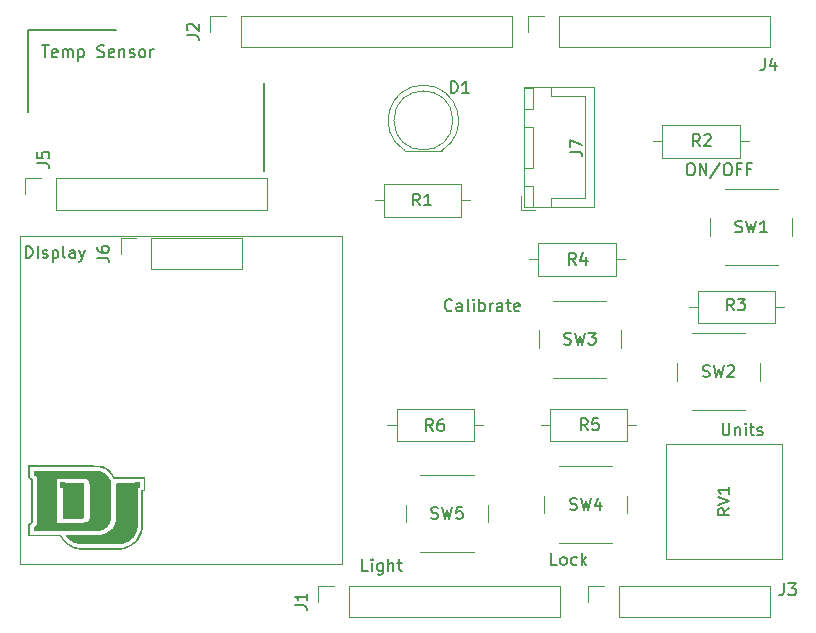
<source format=gbr>
%TF.GenerationSoftware,KiCad,Pcbnew,8.0.8*%
%TF.CreationDate,2025-02-03T17:03:02-07:00*%
%TF.ProjectId,Uno_Shield_ThermoPro,556e6f5f-5368-4696-956c-645f54686572,1.0*%
%TF.SameCoordinates,Original*%
%TF.FileFunction,Legend,Top*%
%TF.FilePolarity,Positive*%
%FSLAX46Y46*%
G04 Gerber Fmt 4.6, Leading zero omitted, Abs format (unit mm)*
G04 Created by KiCad (PCBNEW 8.0.8) date 2025-02-03 17:03:02*
%MOMM*%
%LPD*%
G01*
G04 APERTURE LIST*
%ADD10C,0.150000*%
%ADD11C,0.100000*%
%ADD12C,0.120000*%
%ADD13C,0.000000*%
G04 APERTURE END LIST*
D10*
X102000000Y-49090000D02*
X109500540Y-49090000D01*
X102000000Y-49090000D02*
X102000000Y-56000000D01*
X122000000Y-61045000D02*
X122000000Y-53545000D01*
D11*
X101350000Y-66500000D02*
X128650000Y-66500000D01*
X128650000Y-94300000D01*
X101350000Y-94300000D01*
X101350000Y-66500000D01*
D10*
X146812969Y-94369819D02*
X146336779Y-94369819D01*
X146336779Y-94369819D02*
X146336779Y-93369819D01*
X147289160Y-94369819D02*
X147193922Y-94322200D01*
X147193922Y-94322200D02*
X147146303Y-94274580D01*
X147146303Y-94274580D02*
X147098684Y-94179342D01*
X147098684Y-94179342D02*
X147098684Y-93893628D01*
X147098684Y-93893628D02*
X147146303Y-93798390D01*
X147146303Y-93798390D02*
X147193922Y-93750771D01*
X147193922Y-93750771D02*
X147289160Y-93703152D01*
X147289160Y-93703152D02*
X147432017Y-93703152D01*
X147432017Y-93703152D02*
X147527255Y-93750771D01*
X147527255Y-93750771D02*
X147574874Y-93798390D01*
X147574874Y-93798390D02*
X147622493Y-93893628D01*
X147622493Y-93893628D02*
X147622493Y-94179342D01*
X147622493Y-94179342D02*
X147574874Y-94274580D01*
X147574874Y-94274580D02*
X147527255Y-94322200D01*
X147527255Y-94322200D02*
X147432017Y-94369819D01*
X147432017Y-94369819D02*
X147289160Y-94369819D01*
X148479636Y-94322200D02*
X148384398Y-94369819D01*
X148384398Y-94369819D02*
X148193922Y-94369819D01*
X148193922Y-94369819D02*
X148098684Y-94322200D01*
X148098684Y-94322200D02*
X148051065Y-94274580D01*
X148051065Y-94274580D02*
X148003446Y-94179342D01*
X148003446Y-94179342D02*
X148003446Y-93893628D01*
X148003446Y-93893628D02*
X148051065Y-93798390D01*
X148051065Y-93798390D02*
X148098684Y-93750771D01*
X148098684Y-93750771D02*
X148193922Y-93703152D01*
X148193922Y-93703152D02*
X148384398Y-93703152D01*
X148384398Y-93703152D02*
X148479636Y-93750771D01*
X148908208Y-94369819D02*
X148908208Y-93369819D01*
X149003446Y-93988866D02*
X149289160Y-94369819D01*
X149289160Y-93703152D02*
X148908208Y-94084104D01*
X130812969Y-94869819D02*
X130336779Y-94869819D01*
X130336779Y-94869819D02*
X130336779Y-93869819D01*
X131146303Y-94869819D02*
X131146303Y-94203152D01*
X131146303Y-93869819D02*
X131098684Y-93917438D01*
X131098684Y-93917438D02*
X131146303Y-93965057D01*
X131146303Y-93965057D02*
X131193922Y-93917438D01*
X131193922Y-93917438D02*
X131146303Y-93869819D01*
X131146303Y-93869819D02*
X131146303Y-93965057D01*
X132051064Y-94203152D02*
X132051064Y-95012676D01*
X132051064Y-95012676D02*
X132003445Y-95107914D01*
X132003445Y-95107914D02*
X131955826Y-95155533D01*
X131955826Y-95155533D02*
X131860588Y-95203152D01*
X131860588Y-95203152D02*
X131717731Y-95203152D01*
X131717731Y-95203152D02*
X131622493Y-95155533D01*
X132051064Y-94822200D02*
X131955826Y-94869819D01*
X131955826Y-94869819D02*
X131765350Y-94869819D01*
X131765350Y-94869819D02*
X131670112Y-94822200D01*
X131670112Y-94822200D02*
X131622493Y-94774580D01*
X131622493Y-94774580D02*
X131574874Y-94679342D01*
X131574874Y-94679342D02*
X131574874Y-94393628D01*
X131574874Y-94393628D02*
X131622493Y-94298390D01*
X131622493Y-94298390D02*
X131670112Y-94250771D01*
X131670112Y-94250771D02*
X131765350Y-94203152D01*
X131765350Y-94203152D02*
X131955826Y-94203152D01*
X131955826Y-94203152D02*
X132051064Y-94250771D01*
X132527255Y-94869819D02*
X132527255Y-93869819D01*
X132955826Y-94869819D02*
X132955826Y-94346009D01*
X132955826Y-94346009D02*
X132908207Y-94250771D01*
X132908207Y-94250771D02*
X132812969Y-94203152D01*
X132812969Y-94203152D02*
X132670112Y-94203152D01*
X132670112Y-94203152D02*
X132574874Y-94250771D01*
X132574874Y-94250771D02*
X132527255Y-94298390D01*
X133289160Y-94203152D02*
X133670112Y-94203152D01*
X133432017Y-93869819D02*
X133432017Y-94726961D01*
X133432017Y-94726961D02*
X133479636Y-94822200D01*
X133479636Y-94822200D02*
X133574874Y-94869819D01*
X133574874Y-94869819D02*
X133670112Y-94869819D01*
X160836779Y-82369819D02*
X160836779Y-83179342D01*
X160836779Y-83179342D02*
X160884398Y-83274580D01*
X160884398Y-83274580D02*
X160932017Y-83322200D01*
X160932017Y-83322200D02*
X161027255Y-83369819D01*
X161027255Y-83369819D02*
X161217731Y-83369819D01*
X161217731Y-83369819D02*
X161312969Y-83322200D01*
X161312969Y-83322200D02*
X161360588Y-83274580D01*
X161360588Y-83274580D02*
X161408207Y-83179342D01*
X161408207Y-83179342D02*
X161408207Y-82369819D01*
X161884398Y-82703152D02*
X161884398Y-83369819D01*
X161884398Y-82798390D02*
X161932017Y-82750771D01*
X161932017Y-82750771D02*
X162027255Y-82703152D01*
X162027255Y-82703152D02*
X162170112Y-82703152D01*
X162170112Y-82703152D02*
X162265350Y-82750771D01*
X162265350Y-82750771D02*
X162312969Y-82846009D01*
X162312969Y-82846009D02*
X162312969Y-83369819D01*
X162789160Y-83369819D02*
X162789160Y-82703152D01*
X162789160Y-82369819D02*
X162741541Y-82417438D01*
X162741541Y-82417438D02*
X162789160Y-82465057D01*
X162789160Y-82465057D02*
X162836779Y-82417438D01*
X162836779Y-82417438D02*
X162789160Y-82369819D01*
X162789160Y-82369819D02*
X162789160Y-82465057D01*
X163122493Y-82703152D02*
X163503445Y-82703152D01*
X163265350Y-82369819D02*
X163265350Y-83226961D01*
X163265350Y-83226961D02*
X163312969Y-83322200D01*
X163312969Y-83322200D02*
X163408207Y-83369819D01*
X163408207Y-83369819D02*
X163503445Y-83369819D01*
X163789160Y-83322200D02*
X163884398Y-83369819D01*
X163884398Y-83369819D02*
X164074874Y-83369819D01*
X164074874Y-83369819D02*
X164170112Y-83322200D01*
X164170112Y-83322200D02*
X164217731Y-83226961D01*
X164217731Y-83226961D02*
X164217731Y-83179342D01*
X164217731Y-83179342D02*
X164170112Y-83084104D01*
X164170112Y-83084104D02*
X164074874Y-83036485D01*
X164074874Y-83036485D02*
X163932017Y-83036485D01*
X163932017Y-83036485D02*
X163836779Y-82988866D01*
X163836779Y-82988866D02*
X163789160Y-82893628D01*
X163789160Y-82893628D02*
X163789160Y-82846009D01*
X163789160Y-82846009D02*
X163836779Y-82750771D01*
X163836779Y-82750771D02*
X163932017Y-82703152D01*
X163932017Y-82703152D02*
X164074874Y-82703152D01*
X164074874Y-82703152D02*
X164170112Y-82750771D01*
X101836779Y-68369819D02*
X101836779Y-67369819D01*
X101836779Y-67369819D02*
X102074874Y-67369819D01*
X102074874Y-67369819D02*
X102217731Y-67417438D01*
X102217731Y-67417438D02*
X102312969Y-67512676D01*
X102312969Y-67512676D02*
X102360588Y-67607914D01*
X102360588Y-67607914D02*
X102408207Y-67798390D01*
X102408207Y-67798390D02*
X102408207Y-67941247D01*
X102408207Y-67941247D02*
X102360588Y-68131723D01*
X102360588Y-68131723D02*
X102312969Y-68226961D01*
X102312969Y-68226961D02*
X102217731Y-68322200D01*
X102217731Y-68322200D02*
X102074874Y-68369819D01*
X102074874Y-68369819D02*
X101836779Y-68369819D01*
X102836779Y-68369819D02*
X102836779Y-67369819D01*
X103265350Y-68322200D02*
X103360588Y-68369819D01*
X103360588Y-68369819D02*
X103551064Y-68369819D01*
X103551064Y-68369819D02*
X103646302Y-68322200D01*
X103646302Y-68322200D02*
X103693921Y-68226961D01*
X103693921Y-68226961D02*
X103693921Y-68179342D01*
X103693921Y-68179342D02*
X103646302Y-68084104D01*
X103646302Y-68084104D02*
X103551064Y-68036485D01*
X103551064Y-68036485D02*
X103408207Y-68036485D01*
X103408207Y-68036485D02*
X103312969Y-67988866D01*
X103312969Y-67988866D02*
X103265350Y-67893628D01*
X103265350Y-67893628D02*
X103265350Y-67846009D01*
X103265350Y-67846009D02*
X103312969Y-67750771D01*
X103312969Y-67750771D02*
X103408207Y-67703152D01*
X103408207Y-67703152D02*
X103551064Y-67703152D01*
X103551064Y-67703152D02*
X103646302Y-67750771D01*
X104122493Y-67703152D02*
X104122493Y-68703152D01*
X104122493Y-67750771D02*
X104217731Y-67703152D01*
X104217731Y-67703152D02*
X104408207Y-67703152D01*
X104408207Y-67703152D02*
X104503445Y-67750771D01*
X104503445Y-67750771D02*
X104551064Y-67798390D01*
X104551064Y-67798390D02*
X104598683Y-67893628D01*
X104598683Y-67893628D02*
X104598683Y-68179342D01*
X104598683Y-68179342D02*
X104551064Y-68274580D01*
X104551064Y-68274580D02*
X104503445Y-68322200D01*
X104503445Y-68322200D02*
X104408207Y-68369819D01*
X104408207Y-68369819D02*
X104217731Y-68369819D01*
X104217731Y-68369819D02*
X104122493Y-68322200D01*
X105170112Y-68369819D02*
X105074874Y-68322200D01*
X105074874Y-68322200D02*
X105027255Y-68226961D01*
X105027255Y-68226961D02*
X105027255Y-67369819D01*
X105979636Y-68369819D02*
X105979636Y-67846009D01*
X105979636Y-67846009D02*
X105932017Y-67750771D01*
X105932017Y-67750771D02*
X105836779Y-67703152D01*
X105836779Y-67703152D02*
X105646303Y-67703152D01*
X105646303Y-67703152D02*
X105551065Y-67750771D01*
X105979636Y-68322200D02*
X105884398Y-68369819D01*
X105884398Y-68369819D02*
X105646303Y-68369819D01*
X105646303Y-68369819D02*
X105551065Y-68322200D01*
X105551065Y-68322200D02*
X105503446Y-68226961D01*
X105503446Y-68226961D02*
X105503446Y-68131723D01*
X105503446Y-68131723D02*
X105551065Y-68036485D01*
X105551065Y-68036485D02*
X105646303Y-67988866D01*
X105646303Y-67988866D02*
X105884398Y-67988866D01*
X105884398Y-67988866D02*
X105979636Y-67941247D01*
X106360589Y-67703152D02*
X106598684Y-68369819D01*
X106836779Y-67703152D02*
X106598684Y-68369819D01*
X106598684Y-68369819D02*
X106503446Y-68607914D01*
X106503446Y-68607914D02*
X106455827Y-68655533D01*
X106455827Y-68655533D02*
X106360589Y-68703152D01*
X137908207Y-72774580D02*
X137860588Y-72822200D01*
X137860588Y-72822200D02*
X137717731Y-72869819D01*
X137717731Y-72869819D02*
X137622493Y-72869819D01*
X137622493Y-72869819D02*
X137479636Y-72822200D01*
X137479636Y-72822200D02*
X137384398Y-72726961D01*
X137384398Y-72726961D02*
X137336779Y-72631723D01*
X137336779Y-72631723D02*
X137289160Y-72441247D01*
X137289160Y-72441247D02*
X137289160Y-72298390D01*
X137289160Y-72298390D02*
X137336779Y-72107914D01*
X137336779Y-72107914D02*
X137384398Y-72012676D01*
X137384398Y-72012676D02*
X137479636Y-71917438D01*
X137479636Y-71917438D02*
X137622493Y-71869819D01*
X137622493Y-71869819D02*
X137717731Y-71869819D01*
X137717731Y-71869819D02*
X137860588Y-71917438D01*
X137860588Y-71917438D02*
X137908207Y-71965057D01*
X138765350Y-72869819D02*
X138765350Y-72346009D01*
X138765350Y-72346009D02*
X138717731Y-72250771D01*
X138717731Y-72250771D02*
X138622493Y-72203152D01*
X138622493Y-72203152D02*
X138432017Y-72203152D01*
X138432017Y-72203152D02*
X138336779Y-72250771D01*
X138765350Y-72822200D02*
X138670112Y-72869819D01*
X138670112Y-72869819D02*
X138432017Y-72869819D01*
X138432017Y-72869819D02*
X138336779Y-72822200D01*
X138336779Y-72822200D02*
X138289160Y-72726961D01*
X138289160Y-72726961D02*
X138289160Y-72631723D01*
X138289160Y-72631723D02*
X138336779Y-72536485D01*
X138336779Y-72536485D02*
X138432017Y-72488866D01*
X138432017Y-72488866D02*
X138670112Y-72488866D01*
X138670112Y-72488866D02*
X138765350Y-72441247D01*
X139384398Y-72869819D02*
X139289160Y-72822200D01*
X139289160Y-72822200D02*
X139241541Y-72726961D01*
X139241541Y-72726961D02*
X139241541Y-71869819D01*
X139765351Y-72869819D02*
X139765351Y-72203152D01*
X139765351Y-71869819D02*
X139717732Y-71917438D01*
X139717732Y-71917438D02*
X139765351Y-71965057D01*
X139765351Y-71965057D02*
X139812970Y-71917438D01*
X139812970Y-71917438D02*
X139765351Y-71869819D01*
X139765351Y-71869819D02*
X139765351Y-71965057D01*
X140241541Y-72869819D02*
X140241541Y-71869819D01*
X140241541Y-72250771D02*
X140336779Y-72203152D01*
X140336779Y-72203152D02*
X140527255Y-72203152D01*
X140527255Y-72203152D02*
X140622493Y-72250771D01*
X140622493Y-72250771D02*
X140670112Y-72298390D01*
X140670112Y-72298390D02*
X140717731Y-72393628D01*
X140717731Y-72393628D02*
X140717731Y-72679342D01*
X140717731Y-72679342D02*
X140670112Y-72774580D01*
X140670112Y-72774580D02*
X140622493Y-72822200D01*
X140622493Y-72822200D02*
X140527255Y-72869819D01*
X140527255Y-72869819D02*
X140336779Y-72869819D01*
X140336779Y-72869819D02*
X140241541Y-72822200D01*
X141146303Y-72869819D02*
X141146303Y-72203152D01*
X141146303Y-72393628D02*
X141193922Y-72298390D01*
X141193922Y-72298390D02*
X141241541Y-72250771D01*
X141241541Y-72250771D02*
X141336779Y-72203152D01*
X141336779Y-72203152D02*
X141432017Y-72203152D01*
X142193922Y-72869819D02*
X142193922Y-72346009D01*
X142193922Y-72346009D02*
X142146303Y-72250771D01*
X142146303Y-72250771D02*
X142051065Y-72203152D01*
X142051065Y-72203152D02*
X141860589Y-72203152D01*
X141860589Y-72203152D02*
X141765351Y-72250771D01*
X142193922Y-72822200D02*
X142098684Y-72869819D01*
X142098684Y-72869819D02*
X141860589Y-72869819D01*
X141860589Y-72869819D02*
X141765351Y-72822200D01*
X141765351Y-72822200D02*
X141717732Y-72726961D01*
X141717732Y-72726961D02*
X141717732Y-72631723D01*
X141717732Y-72631723D02*
X141765351Y-72536485D01*
X141765351Y-72536485D02*
X141860589Y-72488866D01*
X141860589Y-72488866D02*
X142098684Y-72488866D01*
X142098684Y-72488866D02*
X142193922Y-72441247D01*
X142527256Y-72203152D02*
X142908208Y-72203152D01*
X142670113Y-71869819D02*
X142670113Y-72726961D01*
X142670113Y-72726961D02*
X142717732Y-72822200D01*
X142717732Y-72822200D02*
X142812970Y-72869819D01*
X142812970Y-72869819D02*
X142908208Y-72869819D01*
X143622494Y-72822200D02*
X143527256Y-72869819D01*
X143527256Y-72869819D02*
X143336780Y-72869819D01*
X143336780Y-72869819D02*
X143241542Y-72822200D01*
X143241542Y-72822200D02*
X143193923Y-72726961D01*
X143193923Y-72726961D02*
X143193923Y-72346009D01*
X143193923Y-72346009D02*
X143241542Y-72250771D01*
X143241542Y-72250771D02*
X143336780Y-72203152D01*
X143336780Y-72203152D02*
X143527256Y-72203152D01*
X143527256Y-72203152D02*
X143622494Y-72250771D01*
X143622494Y-72250771D02*
X143670113Y-72346009D01*
X143670113Y-72346009D02*
X143670113Y-72441247D01*
X143670113Y-72441247D02*
X143193923Y-72536485D01*
X103193922Y-50369819D02*
X103765350Y-50369819D01*
X103479636Y-51369819D02*
X103479636Y-50369819D01*
X104479636Y-51322200D02*
X104384398Y-51369819D01*
X104384398Y-51369819D02*
X104193922Y-51369819D01*
X104193922Y-51369819D02*
X104098684Y-51322200D01*
X104098684Y-51322200D02*
X104051065Y-51226961D01*
X104051065Y-51226961D02*
X104051065Y-50846009D01*
X104051065Y-50846009D02*
X104098684Y-50750771D01*
X104098684Y-50750771D02*
X104193922Y-50703152D01*
X104193922Y-50703152D02*
X104384398Y-50703152D01*
X104384398Y-50703152D02*
X104479636Y-50750771D01*
X104479636Y-50750771D02*
X104527255Y-50846009D01*
X104527255Y-50846009D02*
X104527255Y-50941247D01*
X104527255Y-50941247D02*
X104051065Y-51036485D01*
X104955827Y-51369819D02*
X104955827Y-50703152D01*
X104955827Y-50798390D02*
X105003446Y-50750771D01*
X105003446Y-50750771D02*
X105098684Y-50703152D01*
X105098684Y-50703152D02*
X105241541Y-50703152D01*
X105241541Y-50703152D02*
X105336779Y-50750771D01*
X105336779Y-50750771D02*
X105384398Y-50846009D01*
X105384398Y-50846009D02*
X105384398Y-51369819D01*
X105384398Y-50846009D02*
X105432017Y-50750771D01*
X105432017Y-50750771D02*
X105527255Y-50703152D01*
X105527255Y-50703152D02*
X105670112Y-50703152D01*
X105670112Y-50703152D02*
X105765351Y-50750771D01*
X105765351Y-50750771D02*
X105812970Y-50846009D01*
X105812970Y-50846009D02*
X105812970Y-51369819D01*
X106289160Y-50703152D02*
X106289160Y-51703152D01*
X106289160Y-50750771D02*
X106384398Y-50703152D01*
X106384398Y-50703152D02*
X106574874Y-50703152D01*
X106574874Y-50703152D02*
X106670112Y-50750771D01*
X106670112Y-50750771D02*
X106717731Y-50798390D01*
X106717731Y-50798390D02*
X106765350Y-50893628D01*
X106765350Y-50893628D02*
X106765350Y-51179342D01*
X106765350Y-51179342D02*
X106717731Y-51274580D01*
X106717731Y-51274580D02*
X106670112Y-51322200D01*
X106670112Y-51322200D02*
X106574874Y-51369819D01*
X106574874Y-51369819D02*
X106384398Y-51369819D01*
X106384398Y-51369819D02*
X106289160Y-51322200D01*
X107908208Y-51322200D02*
X108051065Y-51369819D01*
X108051065Y-51369819D02*
X108289160Y-51369819D01*
X108289160Y-51369819D02*
X108384398Y-51322200D01*
X108384398Y-51322200D02*
X108432017Y-51274580D01*
X108432017Y-51274580D02*
X108479636Y-51179342D01*
X108479636Y-51179342D02*
X108479636Y-51084104D01*
X108479636Y-51084104D02*
X108432017Y-50988866D01*
X108432017Y-50988866D02*
X108384398Y-50941247D01*
X108384398Y-50941247D02*
X108289160Y-50893628D01*
X108289160Y-50893628D02*
X108098684Y-50846009D01*
X108098684Y-50846009D02*
X108003446Y-50798390D01*
X108003446Y-50798390D02*
X107955827Y-50750771D01*
X107955827Y-50750771D02*
X107908208Y-50655533D01*
X107908208Y-50655533D02*
X107908208Y-50560295D01*
X107908208Y-50560295D02*
X107955827Y-50465057D01*
X107955827Y-50465057D02*
X108003446Y-50417438D01*
X108003446Y-50417438D02*
X108098684Y-50369819D01*
X108098684Y-50369819D02*
X108336779Y-50369819D01*
X108336779Y-50369819D02*
X108479636Y-50417438D01*
X109289160Y-51322200D02*
X109193922Y-51369819D01*
X109193922Y-51369819D02*
X109003446Y-51369819D01*
X109003446Y-51369819D02*
X108908208Y-51322200D01*
X108908208Y-51322200D02*
X108860589Y-51226961D01*
X108860589Y-51226961D02*
X108860589Y-50846009D01*
X108860589Y-50846009D02*
X108908208Y-50750771D01*
X108908208Y-50750771D02*
X109003446Y-50703152D01*
X109003446Y-50703152D02*
X109193922Y-50703152D01*
X109193922Y-50703152D02*
X109289160Y-50750771D01*
X109289160Y-50750771D02*
X109336779Y-50846009D01*
X109336779Y-50846009D02*
X109336779Y-50941247D01*
X109336779Y-50941247D02*
X108860589Y-51036485D01*
X109765351Y-50703152D02*
X109765351Y-51369819D01*
X109765351Y-50798390D02*
X109812970Y-50750771D01*
X109812970Y-50750771D02*
X109908208Y-50703152D01*
X109908208Y-50703152D02*
X110051065Y-50703152D01*
X110051065Y-50703152D02*
X110146303Y-50750771D01*
X110146303Y-50750771D02*
X110193922Y-50846009D01*
X110193922Y-50846009D02*
X110193922Y-51369819D01*
X110622494Y-51322200D02*
X110717732Y-51369819D01*
X110717732Y-51369819D02*
X110908208Y-51369819D01*
X110908208Y-51369819D02*
X111003446Y-51322200D01*
X111003446Y-51322200D02*
X111051065Y-51226961D01*
X111051065Y-51226961D02*
X111051065Y-51179342D01*
X111051065Y-51179342D02*
X111003446Y-51084104D01*
X111003446Y-51084104D02*
X110908208Y-51036485D01*
X110908208Y-51036485D02*
X110765351Y-51036485D01*
X110765351Y-51036485D02*
X110670113Y-50988866D01*
X110670113Y-50988866D02*
X110622494Y-50893628D01*
X110622494Y-50893628D02*
X110622494Y-50846009D01*
X110622494Y-50846009D02*
X110670113Y-50750771D01*
X110670113Y-50750771D02*
X110765351Y-50703152D01*
X110765351Y-50703152D02*
X110908208Y-50703152D01*
X110908208Y-50703152D02*
X111003446Y-50750771D01*
X111622494Y-51369819D02*
X111527256Y-51322200D01*
X111527256Y-51322200D02*
X111479637Y-51274580D01*
X111479637Y-51274580D02*
X111432018Y-51179342D01*
X111432018Y-51179342D02*
X111432018Y-50893628D01*
X111432018Y-50893628D02*
X111479637Y-50798390D01*
X111479637Y-50798390D02*
X111527256Y-50750771D01*
X111527256Y-50750771D02*
X111622494Y-50703152D01*
X111622494Y-50703152D02*
X111765351Y-50703152D01*
X111765351Y-50703152D02*
X111860589Y-50750771D01*
X111860589Y-50750771D02*
X111908208Y-50798390D01*
X111908208Y-50798390D02*
X111955827Y-50893628D01*
X111955827Y-50893628D02*
X111955827Y-51179342D01*
X111955827Y-51179342D02*
X111908208Y-51274580D01*
X111908208Y-51274580D02*
X111860589Y-51322200D01*
X111860589Y-51322200D02*
X111765351Y-51369819D01*
X111765351Y-51369819D02*
X111622494Y-51369819D01*
X112384399Y-51369819D02*
X112384399Y-50703152D01*
X112384399Y-50893628D02*
X112432018Y-50798390D01*
X112432018Y-50798390D02*
X112479637Y-50750771D01*
X112479637Y-50750771D02*
X112574875Y-50703152D01*
X112574875Y-50703152D02*
X112670113Y-50703152D01*
X158027255Y-60369819D02*
X158217731Y-60369819D01*
X158217731Y-60369819D02*
X158312969Y-60417438D01*
X158312969Y-60417438D02*
X158408207Y-60512676D01*
X158408207Y-60512676D02*
X158455826Y-60703152D01*
X158455826Y-60703152D02*
X158455826Y-61036485D01*
X158455826Y-61036485D02*
X158408207Y-61226961D01*
X158408207Y-61226961D02*
X158312969Y-61322200D01*
X158312969Y-61322200D02*
X158217731Y-61369819D01*
X158217731Y-61369819D02*
X158027255Y-61369819D01*
X158027255Y-61369819D02*
X157932017Y-61322200D01*
X157932017Y-61322200D02*
X157836779Y-61226961D01*
X157836779Y-61226961D02*
X157789160Y-61036485D01*
X157789160Y-61036485D02*
X157789160Y-60703152D01*
X157789160Y-60703152D02*
X157836779Y-60512676D01*
X157836779Y-60512676D02*
X157932017Y-60417438D01*
X157932017Y-60417438D02*
X158027255Y-60369819D01*
X158884398Y-61369819D02*
X158884398Y-60369819D01*
X158884398Y-60369819D02*
X159455826Y-61369819D01*
X159455826Y-61369819D02*
X159455826Y-60369819D01*
X160646302Y-60322200D02*
X159789160Y-61607914D01*
X161170112Y-60369819D02*
X161360588Y-60369819D01*
X161360588Y-60369819D02*
X161455826Y-60417438D01*
X161455826Y-60417438D02*
X161551064Y-60512676D01*
X161551064Y-60512676D02*
X161598683Y-60703152D01*
X161598683Y-60703152D02*
X161598683Y-61036485D01*
X161598683Y-61036485D02*
X161551064Y-61226961D01*
X161551064Y-61226961D02*
X161455826Y-61322200D01*
X161455826Y-61322200D02*
X161360588Y-61369819D01*
X161360588Y-61369819D02*
X161170112Y-61369819D01*
X161170112Y-61369819D02*
X161074874Y-61322200D01*
X161074874Y-61322200D02*
X160979636Y-61226961D01*
X160979636Y-61226961D02*
X160932017Y-61036485D01*
X160932017Y-61036485D02*
X160932017Y-60703152D01*
X160932017Y-60703152D02*
X160979636Y-60512676D01*
X160979636Y-60512676D02*
X161074874Y-60417438D01*
X161074874Y-60417438D02*
X161170112Y-60369819D01*
X162360588Y-60846009D02*
X162027255Y-60846009D01*
X162027255Y-61369819D02*
X162027255Y-60369819D01*
X162027255Y-60369819D02*
X162503445Y-60369819D01*
X163217731Y-60846009D02*
X162884398Y-60846009D01*
X162884398Y-61369819D02*
X162884398Y-60369819D01*
X162884398Y-60369819D02*
X163360588Y-60369819D01*
X124624819Y-97793333D02*
X125339104Y-97793333D01*
X125339104Y-97793333D02*
X125481961Y-97840952D01*
X125481961Y-97840952D02*
X125577200Y-97936190D01*
X125577200Y-97936190D02*
X125624819Y-98079047D01*
X125624819Y-98079047D02*
X125624819Y-98174285D01*
X125624819Y-96793333D02*
X125624819Y-97364761D01*
X125624819Y-97079047D02*
X124624819Y-97079047D01*
X124624819Y-97079047D02*
X124767676Y-97174285D01*
X124767676Y-97174285D02*
X124862914Y-97269523D01*
X124862914Y-97269523D02*
X124910533Y-97364761D01*
X166026666Y-95934819D02*
X166026666Y-96649104D01*
X166026666Y-96649104D02*
X165979047Y-96791961D01*
X165979047Y-96791961D02*
X165883809Y-96887200D01*
X165883809Y-96887200D02*
X165740952Y-96934819D01*
X165740952Y-96934819D02*
X165645714Y-96934819D01*
X166407619Y-95934819D02*
X167026666Y-95934819D01*
X167026666Y-95934819D02*
X166693333Y-96315771D01*
X166693333Y-96315771D02*
X166836190Y-96315771D01*
X166836190Y-96315771D02*
X166931428Y-96363390D01*
X166931428Y-96363390D02*
X166979047Y-96411009D01*
X166979047Y-96411009D02*
X167026666Y-96506247D01*
X167026666Y-96506247D02*
X167026666Y-96744342D01*
X167026666Y-96744342D02*
X166979047Y-96839580D01*
X166979047Y-96839580D02*
X166931428Y-96887200D01*
X166931428Y-96887200D02*
X166836190Y-96934819D01*
X166836190Y-96934819D02*
X166550476Y-96934819D01*
X166550476Y-96934819D02*
X166455238Y-96887200D01*
X166455238Y-96887200D02*
X166407619Y-96839580D01*
X115480819Y-49533333D02*
X116195104Y-49533333D01*
X116195104Y-49533333D02*
X116337961Y-49580952D01*
X116337961Y-49580952D02*
X116433200Y-49676190D01*
X116433200Y-49676190D02*
X116480819Y-49819047D01*
X116480819Y-49819047D02*
X116480819Y-49914285D01*
X115576057Y-49104761D02*
X115528438Y-49057142D01*
X115528438Y-49057142D02*
X115480819Y-48961904D01*
X115480819Y-48961904D02*
X115480819Y-48723809D01*
X115480819Y-48723809D02*
X115528438Y-48628571D01*
X115528438Y-48628571D02*
X115576057Y-48580952D01*
X115576057Y-48580952D02*
X115671295Y-48533333D01*
X115671295Y-48533333D02*
X115766533Y-48533333D01*
X115766533Y-48533333D02*
X115909390Y-48580952D01*
X115909390Y-48580952D02*
X116480819Y-49152380D01*
X116480819Y-49152380D02*
X116480819Y-48533333D01*
X164386666Y-51484819D02*
X164386666Y-52199104D01*
X164386666Y-52199104D02*
X164339047Y-52341961D01*
X164339047Y-52341961D02*
X164243809Y-52437200D01*
X164243809Y-52437200D02*
X164100952Y-52484819D01*
X164100952Y-52484819D02*
X164005714Y-52484819D01*
X165291428Y-51818152D02*
X165291428Y-52484819D01*
X165053333Y-51437200D02*
X164815238Y-52151485D01*
X164815238Y-52151485D02*
X165434285Y-52151485D01*
X147916667Y-89657200D02*
X148059524Y-89704819D01*
X148059524Y-89704819D02*
X148297619Y-89704819D01*
X148297619Y-89704819D02*
X148392857Y-89657200D01*
X148392857Y-89657200D02*
X148440476Y-89609580D01*
X148440476Y-89609580D02*
X148488095Y-89514342D01*
X148488095Y-89514342D02*
X148488095Y-89419104D01*
X148488095Y-89419104D02*
X148440476Y-89323866D01*
X148440476Y-89323866D02*
X148392857Y-89276247D01*
X148392857Y-89276247D02*
X148297619Y-89228628D01*
X148297619Y-89228628D02*
X148107143Y-89181009D01*
X148107143Y-89181009D02*
X148011905Y-89133390D01*
X148011905Y-89133390D02*
X147964286Y-89085771D01*
X147964286Y-89085771D02*
X147916667Y-88990533D01*
X147916667Y-88990533D02*
X147916667Y-88895295D01*
X147916667Y-88895295D02*
X147964286Y-88800057D01*
X147964286Y-88800057D02*
X148011905Y-88752438D01*
X148011905Y-88752438D02*
X148107143Y-88704819D01*
X148107143Y-88704819D02*
X148345238Y-88704819D01*
X148345238Y-88704819D02*
X148488095Y-88752438D01*
X148821429Y-88704819D02*
X149059524Y-89704819D01*
X149059524Y-89704819D02*
X149250000Y-88990533D01*
X149250000Y-88990533D02*
X149440476Y-89704819D01*
X149440476Y-89704819D02*
X149678572Y-88704819D01*
X150488095Y-89038152D02*
X150488095Y-89704819D01*
X150250000Y-88657200D02*
X150011905Y-89371485D01*
X150011905Y-89371485D02*
X150630952Y-89371485D01*
X137831905Y-54404819D02*
X137831905Y-53404819D01*
X137831905Y-53404819D02*
X138070000Y-53404819D01*
X138070000Y-53404819D02*
X138212857Y-53452438D01*
X138212857Y-53452438D02*
X138308095Y-53547676D01*
X138308095Y-53547676D02*
X138355714Y-53642914D01*
X138355714Y-53642914D02*
X138403333Y-53833390D01*
X138403333Y-53833390D02*
X138403333Y-53976247D01*
X138403333Y-53976247D02*
X138355714Y-54166723D01*
X138355714Y-54166723D02*
X138308095Y-54261961D01*
X138308095Y-54261961D02*
X138212857Y-54357200D01*
X138212857Y-54357200D02*
X138070000Y-54404819D01*
X138070000Y-54404819D02*
X137831905Y-54404819D01*
X139355714Y-54404819D02*
X138784286Y-54404819D01*
X139070000Y-54404819D02*
X139070000Y-53404819D01*
X139070000Y-53404819D02*
X138974762Y-53547676D01*
X138974762Y-53547676D02*
X138879524Y-53642914D01*
X138879524Y-53642914D02*
X138784286Y-53690533D01*
X136166667Y-90407200D02*
X136309524Y-90454819D01*
X136309524Y-90454819D02*
X136547619Y-90454819D01*
X136547619Y-90454819D02*
X136642857Y-90407200D01*
X136642857Y-90407200D02*
X136690476Y-90359580D01*
X136690476Y-90359580D02*
X136738095Y-90264342D01*
X136738095Y-90264342D02*
X136738095Y-90169104D01*
X136738095Y-90169104D02*
X136690476Y-90073866D01*
X136690476Y-90073866D02*
X136642857Y-90026247D01*
X136642857Y-90026247D02*
X136547619Y-89978628D01*
X136547619Y-89978628D02*
X136357143Y-89931009D01*
X136357143Y-89931009D02*
X136261905Y-89883390D01*
X136261905Y-89883390D02*
X136214286Y-89835771D01*
X136214286Y-89835771D02*
X136166667Y-89740533D01*
X136166667Y-89740533D02*
X136166667Y-89645295D01*
X136166667Y-89645295D02*
X136214286Y-89550057D01*
X136214286Y-89550057D02*
X136261905Y-89502438D01*
X136261905Y-89502438D02*
X136357143Y-89454819D01*
X136357143Y-89454819D02*
X136595238Y-89454819D01*
X136595238Y-89454819D02*
X136738095Y-89502438D01*
X137071429Y-89454819D02*
X137309524Y-90454819D01*
X137309524Y-90454819D02*
X137500000Y-89740533D01*
X137500000Y-89740533D02*
X137690476Y-90454819D01*
X137690476Y-90454819D02*
X137928572Y-89454819D01*
X138785714Y-89454819D02*
X138309524Y-89454819D01*
X138309524Y-89454819D02*
X138261905Y-89931009D01*
X138261905Y-89931009D02*
X138309524Y-89883390D01*
X138309524Y-89883390D02*
X138404762Y-89835771D01*
X138404762Y-89835771D02*
X138642857Y-89835771D01*
X138642857Y-89835771D02*
X138738095Y-89883390D01*
X138738095Y-89883390D02*
X138785714Y-89931009D01*
X138785714Y-89931009D02*
X138833333Y-90026247D01*
X138833333Y-90026247D02*
X138833333Y-90264342D01*
X138833333Y-90264342D02*
X138785714Y-90359580D01*
X138785714Y-90359580D02*
X138738095Y-90407200D01*
X138738095Y-90407200D02*
X138642857Y-90454819D01*
X138642857Y-90454819D02*
X138404762Y-90454819D01*
X138404762Y-90454819D02*
X138309524Y-90407200D01*
X138309524Y-90407200D02*
X138261905Y-90359580D01*
X159166667Y-78407200D02*
X159309524Y-78454819D01*
X159309524Y-78454819D02*
X159547619Y-78454819D01*
X159547619Y-78454819D02*
X159642857Y-78407200D01*
X159642857Y-78407200D02*
X159690476Y-78359580D01*
X159690476Y-78359580D02*
X159738095Y-78264342D01*
X159738095Y-78264342D02*
X159738095Y-78169104D01*
X159738095Y-78169104D02*
X159690476Y-78073866D01*
X159690476Y-78073866D02*
X159642857Y-78026247D01*
X159642857Y-78026247D02*
X159547619Y-77978628D01*
X159547619Y-77978628D02*
X159357143Y-77931009D01*
X159357143Y-77931009D02*
X159261905Y-77883390D01*
X159261905Y-77883390D02*
X159214286Y-77835771D01*
X159214286Y-77835771D02*
X159166667Y-77740533D01*
X159166667Y-77740533D02*
X159166667Y-77645295D01*
X159166667Y-77645295D02*
X159214286Y-77550057D01*
X159214286Y-77550057D02*
X159261905Y-77502438D01*
X159261905Y-77502438D02*
X159357143Y-77454819D01*
X159357143Y-77454819D02*
X159595238Y-77454819D01*
X159595238Y-77454819D02*
X159738095Y-77502438D01*
X160071429Y-77454819D02*
X160309524Y-78454819D01*
X160309524Y-78454819D02*
X160500000Y-77740533D01*
X160500000Y-77740533D02*
X160690476Y-78454819D01*
X160690476Y-78454819D02*
X160928572Y-77454819D01*
X161261905Y-77550057D02*
X161309524Y-77502438D01*
X161309524Y-77502438D02*
X161404762Y-77454819D01*
X161404762Y-77454819D02*
X161642857Y-77454819D01*
X161642857Y-77454819D02*
X161738095Y-77502438D01*
X161738095Y-77502438D02*
X161785714Y-77550057D01*
X161785714Y-77550057D02*
X161833333Y-77645295D01*
X161833333Y-77645295D02*
X161833333Y-77740533D01*
X161833333Y-77740533D02*
X161785714Y-77883390D01*
X161785714Y-77883390D02*
X161214286Y-78454819D01*
X161214286Y-78454819D02*
X161833333Y-78454819D01*
X148403333Y-68944819D02*
X148070000Y-68468628D01*
X147831905Y-68944819D02*
X147831905Y-67944819D01*
X147831905Y-67944819D02*
X148212857Y-67944819D01*
X148212857Y-67944819D02*
X148308095Y-67992438D01*
X148308095Y-67992438D02*
X148355714Y-68040057D01*
X148355714Y-68040057D02*
X148403333Y-68135295D01*
X148403333Y-68135295D02*
X148403333Y-68278152D01*
X148403333Y-68278152D02*
X148355714Y-68373390D01*
X148355714Y-68373390D02*
X148308095Y-68421009D01*
X148308095Y-68421009D02*
X148212857Y-68468628D01*
X148212857Y-68468628D02*
X147831905Y-68468628D01*
X149260476Y-68278152D02*
X149260476Y-68944819D01*
X149022381Y-67897200D02*
X148784286Y-68611485D01*
X148784286Y-68611485D02*
X149403333Y-68611485D01*
X135213333Y-63924819D02*
X134880000Y-63448628D01*
X134641905Y-63924819D02*
X134641905Y-62924819D01*
X134641905Y-62924819D02*
X135022857Y-62924819D01*
X135022857Y-62924819D02*
X135118095Y-62972438D01*
X135118095Y-62972438D02*
X135165714Y-63020057D01*
X135165714Y-63020057D02*
X135213333Y-63115295D01*
X135213333Y-63115295D02*
X135213333Y-63258152D01*
X135213333Y-63258152D02*
X135165714Y-63353390D01*
X135165714Y-63353390D02*
X135118095Y-63401009D01*
X135118095Y-63401009D02*
X135022857Y-63448628D01*
X135022857Y-63448628D02*
X134641905Y-63448628D01*
X136165714Y-63924819D02*
X135594286Y-63924819D01*
X135880000Y-63924819D02*
X135880000Y-62924819D01*
X135880000Y-62924819D02*
X135784762Y-63067676D01*
X135784762Y-63067676D02*
X135689524Y-63162914D01*
X135689524Y-63162914D02*
X135594286Y-63210533D01*
X147416667Y-75657200D02*
X147559524Y-75704819D01*
X147559524Y-75704819D02*
X147797619Y-75704819D01*
X147797619Y-75704819D02*
X147892857Y-75657200D01*
X147892857Y-75657200D02*
X147940476Y-75609580D01*
X147940476Y-75609580D02*
X147988095Y-75514342D01*
X147988095Y-75514342D02*
X147988095Y-75419104D01*
X147988095Y-75419104D02*
X147940476Y-75323866D01*
X147940476Y-75323866D02*
X147892857Y-75276247D01*
X147892857Y-75276247D02*
X147797619Y-75228628D01*
X147797619Y-75228628D02*
X147607143Y-75181009D01*
X147607143Y-75181009D02*
X147511905Y-75133390D01*
X147511905Y-75133390D02*
X147464286Y-75085771D01*
X147464286Y-75085771D02*
X147416667Y-74990533D01*
X147416667Y-74990533D02*
X147416667Y-74895295D01*
X147416667Y-74895295D02*
X147464286Y-74800057D01*
X147464286Y-74800057D02*
X147511905Y-74752438D01*
X147511905Y-74752438D02*
X147607143Y-74704819D01*
X147607143Y-74704819D02*
X147845238Y-74704819D01*
X147845238Y-74704819D02*
X147988095Y-74752438D01*
X148321429Y-74704819D02*
X148559524Y-75704819D01*
X148559524Y-75704819D02*
X148750000Y-74990533D01*
X148750000Y-74990533D02*
X148940476Y-75704819D01*
X148940476Y-75704819D02*
X149178572Y-74704819D01*
X149464286Y-74704819D02*
X150083333Y-74704819D01*
X150083333Y-74704819D02*
X149750000Y-75085771D01*
X149750000Y-75085771D02*
X149892857Y-75085771D01*
X149892857Y-75085771D02*
X149988095Y-75133390D01*
X149988095Y-75133390D02*
X150035714Y-75181009D01*
X150035714Y-75181009D02*
X150083333Y-75276247D01*
X150083333Y-75276247D02*
X150083333Y-75514342D01*
X150083333Y-75514342D02*
X150035714Y-75609580D01*
X150035714Y-75609580D02*
X149988095Y-75657200D01*
X149988095Y-75657200D02*
X149892857Y-75704819D01*
X149892857Y-75704819D02*
X149607143Y-75704819D01*
X149607143Y-75704819D02*
X149511905Y-75657200D01*
X149511905Y-75657200D02*
X149464286Y-75609580D01*
X107884819Y-68343333D02*
X108599104Y-68343333D01*
X108599104Y-68343333D02*
X108741961Y-68390952D01*
X108741961Y-68390952D02*
X108837200Y-68486190D01*
X108837200Y-68486190D02*
X108884819Y-68629047D01*
X108884819Y-68629047D02*
X108884819Y-68724285D01*
X107884819Y-67438571D02*
X107884819Y-67629047D01*
X107884819Y-67629047D02*
X107932438Y-67724285D01*
X107932438Y-67724285D02*
X107980057Y-67771904D01*
X107980057Y-67771904D02*
X108122914Y-67867142D01*
X108122914Y-67867142D02*
X108313390Y-67914761D01*
X108313390Y-67914761D02*
X108694342Y-67914761D01*
X108694342Y-67914761D02*
X108789580Y-67867142D01*
X108789580Y-67867142D02*
X108837200Y-67819523D01*
X108837200Y-67819523D02*
X108884819Y-67724285D01*
X108884819Y-67724285D02*
X108884819Y-67533809D01*
X108884819Y-67533809D02*
X108837200Y-67438571D01*
X108837200Y-67438571D02*
X108789580Y-67390952D01*
X108789580Y-67390952D02*
X108694342Y-67343333D01*
X108694342Y-67343333D02*
X108456247Y-67343333D01*
X108456247Y-67343333D02*
X108361009Y-67390952D01*
X108361009Y-67390952D02*
X108313390Y-67438571D01*
X108313390Y-67438571D02*
X108265771Y-67533809D01*
X108265771Y-67533809D02*
X108265771Y-67724285D01*
X108265771Y-67724285D02*
X108313390Y-67819523D01*
X108313390Y-67819523D02*
X108361009Y-67867142D01*
X108361009Y-67867142D02*
X108456247Y-67914761D01*
X161916667Y-66157200D02*
X162059524Y-66204819D01*
X162059524Y-66204819D02*
X162297619Y-66204819D01*
X162297619Y-66204819D02*
X162392857Y-66157200D01*
X162392857Y-66157200D02*
X162440476Y-66109580D01*
X162440476Y-66109580D02*
X162488095Y-66014342D01*
X162488095Y-66014342D02*
X162488095Y-65919104D01*
X162488095Y-65919104D02*
X162440476Y-65823866D01*
X162440476Y-65823866D02*
X162392857Y-65776247D01*
X162392857Y-65776247D02*
X162297619Y-65728628D01*
X162297619Y-65728628D02*
X162107143Y-65681009D01*
X162107143Y-65681009D02*
X162011905Y-65633390D01*
X162011905Y-65633390D02*
X161964286Y-65585771D01*
X161964286Y-65585771D02*
X161916667Y-65490533D01*
X161916667Y-65490533D02*
X161916667Y-65395295D01*
X161916667Y-65395295D02*
X161964286Y-65300057D01*
X161964286Y-65300057D02*
X162011905Y-65252438D01*
X162011905Y-65252438D02*
X162107143Y-65204819D01*
X162107143Y-65204819D02*
X162345238Y-65204819D01*
X162345238Y-65204819D02*
X162488095Y-65252438D01*
X162821429Y-65204819D02*
X163059524Y-66204819D01*
X163059524Y-66204819D02*
X163250000Y-65490533D01*
X163250000Y-65490533D02*
X163440476Y-66204819D01*
X163440476Y-66204819D02*
X163678572Y-65204819D01*
X164583333Y-66204819D02*
X164011905Y-66204819D01*
X164297619Y-66204819D02*
X164297619Y-65204819D01*
X164297619Y-65204819D02*
X164202381Y-65347676D01*
X164202381Y-65347676D02*
X164107143Y-65442914D01*
X164107143Y-65442914D02*
X164011905Y-65490533D01*
X149403333Y-82964819D02*
X149070000Y-82488628D01*
X148831905Y-82964819D02*
X148831905Y-81964819D01*
X148831905Y-81964819D02*
X149212857Y-81964819D01*
X149212857Y-81964819D02*
X149308095Y-82012438D01*
X149308095Y-82012438D02*
X149355714Y-82060057D01*
X149355714Y-82060057D02*
X149403333Y-82155295D01*
X149403333Y-82155295D02*
X149403333Y-82298152D01*
X149403333Y-82298152D02*
X149355714Y-82393390D01*
X149355714Y-82393390D02*
X149308095Y-82441009D01*
X149308095Y-82441009D02*
X149212857Y-82488628D01*
X149212857Y-82488628D02*
X148831905Y-82488628D01*
X150308095Y-81964819D02*
X149831905Y-81964819D01*
X149831905Y-81964819D02*
X149784286Y-82441009D01*
X149784286Y-82441009D02*
X149831905Y-82393390D01*
X149831905Y-82393390D02*
X149927143Y-82345771D01*
X149927143Y-82345771D02*
X150165238Y-82345771D01*
X150165238Y-82345771D02*
X150260476Y-82393390D01*
X150260476Y-82393390D02*
X150308095Y-82441009D01*
X150308095Y-82441009D02*
X150355714Y-82536247D01*
X150355714Y-82536247D02*
X150355714Y-82774342D01*
X150355714Y-82774342D02*
X150308095Y-82869580D01*
X150308095Y-82869580D02*
X150260476Y-82917200D01*
X150260476Y-82917200D02*
X150165238Y-82964819D01*
X150165238Y-82964819D02*
X149927143Y-82964819D01*
X149927143Y-82964819D02*
X149831905Y-82917200D01*
X149831905Y-82917200D02*
X149784286Y-82869580D01*
X147939819Y-59393333D02*
X148654104Y-59393333D01*
X148654104Y-59393333D02*
X148796961Y-59440952D01*
X148796961Y-59440952D02*
X148892200Y-59536190D01*
X148892200Y-59536190D02*
X148939819Y-59679047D01*
X148939819Y-59679047D02*
X148939819Y-59774285D01*
X147939819Y-59012380D02*
X147939819Y-58345714D01*
X147939819Y-58345714D02*
X148939819Y-58774285D01*
X158903333Y-58904819D02*
X158570000Y-58428628D01*
X158331905Y-58904819D02*
X158331905Y-57904819D01*
X158331905Y-57904819D02*
X158712857Y-57904819D01*
X158712857Y-57904819D02*
X158808095Y-57952438D01*
X158808095Y-57952438D02*
X158855714Y-58000057D01*
X158855714Y-58000057D02*
X158903333Y-58095295D01*
X158903333Y-58095295D02*
X158903333Y-58238152D01*
X158903333Y-58238152D02*
X158855714Y-58333390D01*
X158855714Y-58333390D02*
X158808095Y-58381009D01*
X158808095Y-58381009D02*
X158712857Y-58428628D01*
X158712857Y-58428628D02*
X158331905Y-58428628D01*
X159284286Y-58000057D02*
X159331905Y-57952438D01*
X159331905Y-57952438D02*
X159427143Y-57904819D01*
X159427143Y-57904819D02*
X159665238Y-57904819D01*
X159665238Y-57904819D02*
X159760476Y-57952438D01*
X159760476Y-57952438D02*
X159808095Y-58000057D01*
X159808095Y-58000057D02*
X159855714Y-58095295D01*
X159855714Y-58095295D02*
X159855714Y-58190533D01*
X159855714Y-58190533D02*
X159808095Y-58333390D01*
X159808095Y-58333390D02*
X159236667Y-58904819D01*
X159236667Y-58904819D02*
X159855714Y-58904819D01*
X161414819Y-89580238D02*
X160938628Y-89913571D01*
X161414819Y-90151666D02*
X160414819Y-90151666D01*
X160414819Y-90151666D02*
X160414819Y-89770714D01*
X160414819Y-89770714D02*
X160462438Y-89675476D01*
X160462438Y-89675476D02*
X160510057Y-89627857D01*
X160510057Y-89627857D02*
X160605295Y-89580238D01*
X160605295Y-89580238D02*
X160748152Y-89580238D01*
X160748152Y-89580238D02*
X160843390Y-89627857D01*
X160843390Y-89627857D02*
X160891009Y-89675476D01*
X160891009Y-89675476D02*
X160938628Y-89770714D01*
X160938628Y-89770714D02*
X160938628Y-90151666D01*
X160414819Y-89294523D02*
X161414819Y-88961190D01*
X161414819Y-88961190D02*
X160414819Y-88627857D01*
X161414819Y-87770714D02*
X161414819Y-88342142D01*
X161414819Y-88056428D02*
X160414819Y-88056428D01*
X160414819Y-88056428D02*
X160557676Y-88151666D01*
X160557676Y-88151666D02*
X160652914Y-88246904D01*
X160652914Y-88246904D02*
X160700533Y-88342142D01*
X102814819Y-60363333D02*
X103529104Y-60363333D01*
X103529104Y-60363333D02*
X103671961Y-60410952D01*
X103671961Y-60410952D02*
X103767200Y-60506190D01*
X103767200Y-60506190D02*
X103814819Y-60649047D01*
X103814819Y-60649047D02*
X103814819Y-60744285D01*
X102814819Y-59410952D02*
X102814819Y-59887142D01*
X102814819Y-59887142D02*
X103291009Y-59934761D01*
X103291009Y-59934761D02*
X103243390Y-59887142D01*
X103243390Y-59887142D02*
X103195771Y-59791904D01*
X103195771Y-59791904D02*
X103195771Y-59553809D01*
X103195771Y-59553809D02*
X103243390Y-59458571D01*
X103243390Y-59458571D02*
X103291009Y-59410952D01*
X103291009Y-59410952D02*
X103386247Y-59363333D01*
X103386247Y-59363333D02*
X103624342Y-59363333D01*
X103624342Y-59363333D02*
X103719580Y-59410952D01*
X103719580Y-59410952D02*
X103767200Y-59458571D01*
X103767200Y-59458571D02*
X103814819Y-59553809D01*
X103814819Y-59553809D02*
X103814819Y-59791904D01*
X103814819Y-59791904D02*
X103767200Y-59887142D01*
X103767200Y-59887142D02*
X103719580Y-59934761D01*
X136303333Y-83024819D02*
X135970000Y-82548628D01*
X135731905Y-83024819D02*
X135731905Y-82024819D01*
X135731905Y-82024819D02*
X136112857Y-82024819D01*
X136112857Y-82024819D02*
X136208095Y-82072438D01*
X136208095Y-82072438D02*
X136255714Y-82120057D01*
X136255714Y-82120057D02*
X136303333Y-82215295D01*
X136303333Y-82215295D02*
X136303333Y-82358152D01*
X136303333Y-82358152D02*
X136255714Y-82453390D01*
X136255714Y-82453390D02*
X136208095Y-82501009D01*
X136208095Y-82501009D02*
X136112857Y-82548628D01*
X136112857Y-82548628D02*
X135731905Y-82548628D01*
X137160476Y-82024819D02*
X136970000Y-82024819D01*
X136970000Y-82024819D02*
X136874762Y-82072438D01*
X136874762Y-82072438D02*
X136827143Y-82120057D01*
X136827143Y-82120057D02*
X136731905Y-82262914D01*
X136731905Y-82262914D02*
X136684286Y-82453390D01*
X136684286Y-82453390D02*
X136684286Y-82834342D01*
X136684286Y-82834342D02*
X136731905Y-82929580D01*
X136731905Y-82929580D02*
X136779524Y-82977200D01*
X136779524Y-82977200D02*
X136874762Y-83024819D01*
X136874762Y-83024819D02*
X137065238Y-83024819D01*
X137065238Y-83024819D02*
X137160476Y-82977200D01*
X137160476Y-82977200D02*
X137208095Y-82929580D01*
X137208095Y-82929580D02*
X137255714Y-82834342D01*
X137255714Y-82834342D02*
X137255714Y-82596247D01*
X137255714Y-82596247D02*
X137208095Y-82501009D01*
X137208095Y-82501009D02*
X137160476Y-82453390D01*
X137160476Y-82453390D02*
X137065238Y-82405771D01*
X137065238Y-82405771D02*
X136874762Y-82405771D01*
X136874762Y-82405771D02*
X136779524Y-82453390D01*
X136779524Y-82453390D02*
X136731905Y-82501009D01*
X136731905Y-82501009D02*
X136684286Y-82596247D01*
X161783333Y-72814819D02*
X161450000Y-72338628D01*
X161211905Y-72814819D02*
X161211905Y-71814819D01*
X161211905Y-71814819D02*
X161592857Y-71814819D01*
X161592857Y-71814819D02*
X161688095Y-71862438D01*
X161688095Y-71862438D02*
X161735714Y-71910057D01*
X161735714Y-71910057D02*
X161783333Y-72005295D01*
X161783333Y-72005295D02*
X161783333Y-72148152D01*
X161783333Y-72148152D02*
X161735714Y-72243390D01*
X161735714Y-72243390D02*
X161688095Y-72291009D01*
X161688095Y-72291009D02*
X161592857Y-72338628D01*
X161592857Y-72338628D02*
X161211905Y-72338628D01*
X162116667Y-71814819D02*
X162735714Y-71814819D01*
X162735714Y-71814819D02*
X162402381Y-72195771D01*
X162402381Y-72195771D02*
X162545238Y-72195771D01*
X162545238Y-72195771D02*
X162640476Y-72243390D01*
X162640476Y-72243390D02*
X162688095Y-72291009D01*
X162688095Y-72291009D02*
X162735714Y-72386247D01*
X162735714Y-72386247D02*
X162735714Y-72624342D01*
X162735714Y-72624342D02*
X162688095Y-72719580D01*
X162688095Y-72719580D02*
X162640476Y-72767200D01*
X162640476Y-72767200D02*
X162545238Y-72814819D01*
X162545238Y-72814819D02*
X162259524Y-72814819D01*
X162259524Y-72814819D02*
X162164286Y-72767200D01*
X162164286Y-72767200D02*
X162116667Y-72719580D01*
D12*
%TO.C,J1*%
X147050000Y-98790000D02*
X147050000Y-96130000D01*
X129210000Y-98790000D02*
X147050000Y-98790000D01*
X129210000Y-98790000D02*
X129210000Y-96130000D01*
X129210000Y-96130000D02*
X147050000Y-96130000D01*
X126610000Y-97460000D02*
X126610000Y-96130000D01*
X126610000Y-96130000D02*
X127940000Y-96130000D01*
%TO.C,J3*%
X164830000Y-98790000D02*
X164830000Y-96130000D01*
X152070000Y-98790000D02*
X164830000Y-98790000D01*
X152070000Y-98790000D02*
X152070000Y-96130000D01*
X152070000Y-96130000D02*
X164830000Y-96130000D01*
X149470000Y-97460000D02*
X149470000Y-96130000D01*
X149470000Y-96130000D02*
X150800000Y-96130000D01*
%TO.C,J2*%
X142986000Y-50530000D02*
X142986000Y-47870000D01*
X120066000Y-50530000D02*
X142986000Y-50530000D01*
X120066000Y-50530000D02*
X120066000Y-47870000D01*
X120066000Y-47870000D02*
X142986000Y-47870000D01*
X117466000Y-49200000D02*
X117466000Y-47870000D01*
X117466000Y-47870000D02*
X118796000Y-47870000D01*
%TO.C,J4*%
X164830000Y-50530000D02*
X164830000Y-47870000D01*
X146990000Y-50530000D02*
X164830000Y-50530000D01*
X146990000Y-50530000D02*
X146990000Y-47870000D01*
X146990000Y-47870000D02*
X164830000Y-47870000D01*
X144390000Y-49200000D02*
X144390000Y-47870000D01*
X144390000Y-47870000D02*
X145720000Y-47870000D01*
%TO.C,SW4*%
X152750000Y-90000000D02*
X152750000Y-88500000D01*
X151500000Y-86000000D02*
X147000000Y-86000000D01*
X147000000Y-92500000D02*
X151500000Y-92500000D01*
X145750000Y-88500000D02*
X145750000Y-90000000D01*
%TO.C,D1*%
X138000000Y-56730000D02*
G75*
G02*
X133000000Y-56730000I-2500000J0D01*
G01*
X133000000Y-56730000D02*
G75*
G02*
X138000000Y-56730000I2500000J0D01*
G01*
X135499538Y-53740000D02*
G75*
G02*
X137044830Y-59290000I462J-2990000D01*
G01*
X133955170Y-59290000D02*
G75*
G02*
X135500462Y-53740000I1544830J2560000D01*
G01*
X133955000Y-59290000D02*
X137045000Y-59290000D01*
%TO.C,SW5*%
X141000000Y-90750000D02*
X141000000Y-89250000D01*
X139750000Y-86750000D02*
X135250000Y-86750000D01*
X135250000Y-93250000D02*
X139750000Y-93250000D01*
X134000000Y-89250000D02*
X134000000Y-90750000D01*
%TO.C,SW2*%
X164000000Y-78750000D02*
X164000000Y-77250000D01*
X162750000Y-74750000D02*
X158250000Y-74750000D01*
X158250000Y-81250000D02*
X162750000Y-81250000D01*
X157000000Y-77250000D02*
X157000000Y-78750000D01*
%TO.C,R4*%
X152540000Y-68500000D02*
X151770000Y-68500000D01*
X151770000Y-69870000D02*
X151770000Y-67130000D01*
X151770000Y-67130000D02*
X145230000Y-67130000D01*
X145230000Y-69870000D02*
X151770000Y-69870000D01*
X145230000Y-67130000D02*
X145230000Y-69870000D01*
X144460000Y-68500000D02*
X145230000Y-68500000D01*
D13*
%TO.C,G\u002A\u002A\u002A*%
G36*
X105266711Y-85941673D02*
G01*
X105517693Y-85941694D01*
X105753029Y-85941732D01*
X105973229Y-85941788D01*
X106178803Y-85941865D01*
X106370261Y-85941964D01*
X106548113Y-85942089D01*
X106712870Y-85942240D01*
X106865041Y-85942421D01*
X107005138Y-85942632D01*
X107133669Y-85942877D01*
X107251146Y-85943157D01*
X107358079Y-85943475D01*
X107454976Y-85943832D01*
X107542350Y-85944230D01*
X107620710Y-85944672D01*
X107690565Y-85945160D01*
X107752427Y-85945696D01*
X107806806Y-85946281D01*
X107854211Y-85946919D01*
X107895153Y-85947610D01*
X107930141Y-85948358D01*
X107959687Y-85949164D01*
X107984301Y-85950030D01*
X108004492Y-85950959D01*
X108020770Y-85951952D01*
X108033647Y-85953011D01*
X108043323Y-85954099D01*
X108208163Y-85984094D01*
X108367611Y-86029513D01*
X108520793Y-86089736D01*
X108666838Y-86164144D01*
X108804873Y-86252119D01*
X108934025Y-86353041D01*
X109053423Y-86466292D01*
X109162195Y-86591254D01*
X109259467Y-86727306D01*
X109344367Y-86873831D01*
X109347012Y-86878961D01*
X109379166Y-86941595D01*
X110668810Y-86941631D01*
X111958454Y-86941667D01*
X111956310Y-87484359D01*
X111954166Y-88027051D01*
X111862500Y-88075750D01*
X111770833Y-88124449D01*
X111766221Y-89626808D01*
X111765652Y-89814848D01*
X111765133Y-89987017D01*
X111764643Y-90144111D01*
X111764158Y-90286923D01*
X111763658Y-90416250D01*
X111763118Y-90532887D01*
X111762518Y-90637629D01*
X111761834Y-90731272D01*
X111761043Y-90814610D01*
X111760125Y-90888439D01*
X111759055Y-90953554D01*
X111757813Y-91010750D01*
X111756374Y-91060823D01*
X111754718Y-91104568D01*
X111752821Y-91142781D01*
X111750662Y-91176256D01*
X111748217Y-91205788D01*
X111745465Y-91232174D01*
X111742382Y-91256208D01*
X111738947Y-91278685D01*
X111735138Y-91300402D01*
X111730931Y-91322152D01*
X111726304Y-91344732D01*
X111721236Y-91368936D01*
X111716504Y-91391667D01*
X111699633Y-91462242D01*
X111676600Y-91542449D01*
X111649123Y-91627232D01*
X111618922Y-91711537D01*
X111587717Y-91790310D01*
X111558884Y-91855048D01*
X111483809Y-91999014D01*
X111400953Y-92132152D01*
X111307831Y-92257951D01*
X111201956Y-92379901D01*
X111137954Y-92446034D01*
X111002816Y-92570999D01*
X110862265Y-92681211D01*
X110715208Y-92777231D01*
X110560551Y-92859623D01*
X110397199Y-92928946D01*
X110224059Y-92985763D01*
X110040036Y-93030635D01*
X109974425Y-93043338D01*
X109870833Y-93062150D01*
X108179166Y-93063397D01*
X108011511Y-93063486D01*
X107847768Y-93063506D01*
X107688760Y-93063459D01*
X107535312Y-93063348D01*
X107388247Y-93063176D01*
X107248388Y-93062945D01*
X107116561Y-93062658D01*
X106993588Y-93062317D01*
X106880293Y-93061926D01*
X106777500Y-93061488D01*
X106686033Y-93061003D01*
X106606716Y-93060477D01*
X106540371Y-93059910D01*
X106487824Y-93059307D01*
X106449898Y-93058669D01*
X106427416Y-93057999D01*
X106422330Y-93057664D01*
X106234806Y-93029376D01*
X106052406Y-92985405D01*
X105875838Y-92926089D01*
X105705815Y-92851769D01*
X105543045Y-92762784D01*
X105388239Y-92659474D01*
X105242107Y-92542178D01*
X105135950Y-92442550D01*
X105050617Y-92351786D01*
X104970057Y-92255060D01*
X104891894Y-92149279D01*
X104813757Y-92031347D01*
X104785234Y-91985417D01*
X104758487Y-91941667D01*
X103404183Y-91941667D01*
X102049879Y-91941667D01*
X102052022Y-91399335D01*
X102054166Y-90857004D01*
X102183333Y-90788032D01*
X102312500Y-90719059D01*
X102314602Y-88939802D01*
X102316704Y-87160545D01*
X102183457Y-87090689D01*
X102050210Y-87020833D01*
X102050109Y-86504167D01*
X102179166Y-86504167D01*
X102179166Y-86937500D01*
X102312500Y-87008409D01*
X102445833Y-87079318D01*
X102447934Y-88938033D01*
X102450036Y-90796749D01*
X102314601Y-90868613D01*
X102179166Y-90940476D01*
X102179166Y-91372321D01*
X102179166Y-91804167D01*
X103505343Y-91806275D01*
X104831519Y-91808384D01*
X104892095Y-91906275D01*
X104949750Y-91997320D01*
X105002427Y-92075857D01*
X105051988Y-92144579D01*
X105095170Y-92199896D01*
X105214669Y-92333998D01*
X105345571Y-92456459D01*
X105486743Y-92566577D01*
X105637054Y-92663649D01*
X105795372Y-92746973D01*
X105960563Y-92815848D01*
X106131496Y-92869572D01*
X106203562Y-92887188D01*
X106226272Y-92892319D01*
X106247252Y-92897039D01*
X106267242Y-92901366D01*
X106286985Y-92905317D01*
X106307220Y-92908910D01*
X106328689Y-92912161D01*
X106352132Y-92915089D01*
X106378289Y-92917711D01*
X106407902Y-92920044D01*
X106441712Y-92922107D01*
X106480459Y-92923915D01*
X106524883Y-92925488D01*
X106575727Y-92926842D01*
X106633729Y-92927994D01*
X106699632Y-92928963D01*
X106774177Y-92929766D01*
X106858102Y-92930420D01*
X106952151Y-92930942D01*
X107057063Y-92931351D01*
X107173579Y-92931664D01*
X107302440Y-92931897D01*
X107444386Y-92932070D01*
X107600159Y-92932198D01*
X107770500Y-92932300D01*
X107956148Y-92932393D01*
X108123245Y-92932476D01*
X108354308Y-92932550D01*
X108568742Y-92932525D01*
X108766581Y-92932400D01*
X108947863Y-92932175D01*
X109112623Y-92931849D01*
X109260898Y-92931424D01*
X109392724Y-92930898D01*
X109508137Y-92930271D01*
X109607173Y-92929543D01*
X109689869Y-92928714D01*
X109756261Y-92927784D01*
X109806384Y-92926753D01*
X109840276Y-92925620D01*
X109856578Y-92924553D01*
X110031274Y-92897307D01*
X110203271Y-92854122D01*
X110371154Y-92795676D01*
X110533509Y-92722649D01*
X110688921Y-92635718D01*
X110835978Y-92535562D01*
X110973265Y-92422858D01*
X111045740Y-92354128D01*
X111168569Y-92220324D01*
X111277088Y-92078589D01*
X111371487Y-91928541D01*
X111451959Y-91769799D01*
X111518695Y-91601983D01*
X111571886Y-91424712D01*
X111611724Y-91237605D01*
X111613872Y-91225000D01*
X111615674Y-91213419D01*
X111617327Y-91200565D01*
X111618839Y-91185693D01*
X111620219Y-91168061D01*
X111621475Y-91146924D01*
X111622613Y-91121538D01*
X111623643Y-91091160D01*
X111624571Y-91055046D01*
X111625407Y-91012451D01*
X111626158Y-90962633D01*
X111626832Y-90904847D01*
X111627437Y-90838350D01*
X111627981Y-90762397D01*
X111628472Y-90676246D01*
X111628917Y-90579151D01*
X111629326Y-90470370D01*
X111629705Y-90349158D01*
X111630062Y-90214772D01*
X111630407Y-90066467D01*
X111630746Y-89903501D01*
X111631087Y-89725129D01*
X111631330Y-89591667D01*
X111634101Y-88045833D01*
X111731634Y-87994639D01*
X111829166Y-87943445D01*
X111829166Y-87511306D01*
X111829166Y-87079167D01*
X110560245Y-87075000D01*
X109291324Y-87070833D01*
X109247082Y-86979167D01*
X109167756Y-86833087D01*
X109076354Y-86698116D01*
X108973421Y-86574735D01*
X108859502Y-86463425D01*
X108735142Y-86364668D01*
X108600885Y-86278946D01*
X108457277Y-86206739D01*
X108308361Y-86149674D01*
X108204124Y-86119401D01*
X108098440Y-86097074D01*
X107986069Y-86081736D01*
X107895833Y-86074341D01*
X107873712Y-86073506D01*
X107835124Y-86072728D01*
X107780267Y-86072006D01*
X107709339Y-86071342D01*
X107622539Y-86070735D01*
X107520066Y-86070187D01*
X107402119Y-86069697D01*
X107268896Y-86069266D01*
X107120596Y-86068895D01*
X106957418Y-86068583D01*
X106779560Y-86068331D01*
X106587221Y-86068140D01*
X106380600Y-86068010D01*
X106159895Y-86067941D01*
X105925306Y-86067934D01*
X105677031Y-86067989D01*
X105415268Y-86068106D01*
X105140216Y-86068287D01*
X104970833Y-86068424D01*
X102179166Y-86070833D01*
X102179166Y-86504167D01*
X102050109Y-86504167D01*
X102050105Y-86481250D01*
X102050025Y-86070833D01*
X102050000Y-85941667D01*
X104999573Y-85941667D01*
X105266711Y-85941673D01*
G37*
G36*
X105468753Y-86383335D02*
G01*
X105705552Y-86383342D01*
X105926786Y-86383358D01*
X106133006Y-86383387D01*
X106324763Y-86383430D01*
X106502608Y-86383491D01*
X106667091Y-86383574D01*
X106818764Y-86383682D01*
X106958178Y-86383817D01*
X107085883Y-86383983D01*
X107202430Y-86384184D01*
X107308371Y-86384422D01*
X107404255Y-86384700D01*
X107490635Y-86385021D01*
X107568060Y-86385390D01*
X107637082Y-86385808D01*
X107698252Y-86386280D01*
X107752121Y-86386808D01*
X107799239Y-86387395D01*
X107840157Y-86388045D01*
X107875426Y-86388761D01*
X107905598Y-86389545D01*
X107931223Y-86390402D01*
X107952852Y-86391334D01*
X107971035Y-86392345D01*
X107986324Y-86393437D01*
X107999270Y-86394613D01*
X108010423Y-86395878D01*
X108020335Y-86397234D01*
X108029556Y-86398684D01*
X108034588Y-86399532D01*
X108175808Y-86431728D01*
X108309394Y-86478688D01*
X108435583Y-86540534D01*
X108554610Y-86617390D01*
X108666709Y-86709379D01*
X108712803Y-86753579D01*
X108812140Y-86863994D01*
X108896051Y-86980652D01*
X108964695Y-87103896D01*
X109018232Y-87234067D01*
X109056824Y-87371510D01*
X109080631Y-87516566D01*
X109083570Y-87545833D01*
X109084569Y-87565406D01*
X109085497Y-87600482D01*
X109086353Y-87649941D01*
X109087137Y-87712668D01*
X109087851Y-87787545D01*
X109088493Y-87873454D01*
X109089064Y-87969277D01*
X109089565Y-88073898D01*
X109089994Y-88186198D01*
X109090353Y-88305060D01*
X109090642Y-88429367D01*
X109090861Y-88558001D01*
X109091009Y-88689845D01*
X109091088Y-88823781D01*
X109091097Y-88958692D01*
X109091036Y-89093459D01*
X109090906Y-89226967D01*
X109090707Y-89358097D01*
X109090438Y-89485731D01*
X109090101Y-89608752D01*
X109089694Y-89726044D01*
X109089219Y-89836487D01*
X109088676Y-89938965D01*
X109088064Y-90032361D01*
X109087383Y-90115556D01*
X109086635Y-90187433D01*
X109085819Y-90246875D01*
X109084935Y-90292764D01*
X109083983Y-90323983D01*
X109083188Y-90337500D01*
X109065277Y-90466526D01*
X109036773Y-90586387D01*
X108996352Y-90701767D01*
X108953628Y-90795833D01*
X108882412Y-90920354D01*
X108798463Y-91034824D01*
X108702883Y-91138486D01*
X108596777Y-91230579D01*
X108481248Y-91310343D01*
X108357398Y-91377021D01*
X108226333Y-91429853D01*
X108089155Y-91468078D01*
X107946967Y-91490939D01*
X107942867Y-91491356D01*
X107924867Y-91492306D01*
X107890381Y-91493200D01*
X107839397Y-91494039D01*
X107771905Y-91494823D01*
X107687893Y-91495551D01*
X107587351Y-91496224D01*
X107470268Y-91496841D01*
X107336634Y-91497404D01*
X107186438Y-91497911D01*
X107019669Y-91498363D01*
X106836316Y-91498760D01*
X106636369Y-91499102D01*
X106419816Y-91499389D01*
X106186648Y-91499620D01*
X105936853Y-91499797D01*
X105670420Y-91499919D01*
X105387340Y-91499986D01*
X105173960Y-91500000D01*
X102491353Y-91500000D01*
X102493593Y-91311298D01*
X102495833Y-91122596D01*
X102625000Y-91053628D01*
X102754166Y-90984660D01*
X102754381Y-90775000D01*
X104491666Y-90775000D01*
X105664583Y-90774877D01*
X105830433Y-90774841D01*
X105980436Y-90774766D01*
X106115413Y-90774643D01*
X106236183Y-90774464D01*
X106343566Y-90774219D01*
X106438382Y-90773901D01*
X106521451Y-90773500D01*
X106593593Y-90773010D01*
X106655628Y-90772420D01*
X106708376Y-90771722D01*
X106752657Y-90770909D01*
X106789290Y-90769971D01*
X106819097Y-90768900D01*
X106842896Y-90767687D01*
X106861507Y-90766325D01*
X106875751Y-90764804D01*
X106886448Y-90763117D01*
X106890807Y-90762188D01*
X106969585Y-90735275D01*
X107042301Y-90693978D01*
X107106635Y-90640154D01*
X107160264Y-90575661D01*
X107192228Y-90521074D01*
X107208667Y-90484303D01*
X107222818Y-90446712D01*
X107232143Y-90415197D01*
X107233385Y-90409279D01*
X107234514Y-90394668D01*
X107235566Y-90363696D01*
X107236538Y-90316667D01*
X107237430Y-90253887D01*
X107238239Y-90175661D01*
X107238963Y-90082293D01*
X107239602Y-89974088D01*
X107240153Y-89851353D01*
X107240615Y-89714391D01*
X107240986Y-89563508D01*
X107241264Y-89399008D01*
X107241448Y-89221197D01*
X107241536Y-89030381D01*
X107241543Y-88913446D01*
X107241538Y-88727625D01*
X107241540Y-88557715D01*
X107241524Y-88402959D01*
X107241467Y-88262600D01*
X107241345Y-88135883D01*
X107241134Y-88022051D01*
X107240809Y-87920348D01*
X107240348Y-87830018D01*
X107239725Y-87750304D01*
X107238918Y-87680450D01*
X107237901Y-87619699D01*
X107236651Y-87567296D01*
X107235144Y-87522484D01*
X107233356Y-87484507D01*
X107231264Y-87452608D01*
X107228842Y-87426032D01*
X107226067Y-87404021D01*
X107222915Y-87385820D01*
X107219363Y-87370673D01*
X107215385Y-87357822D01*
X107210959Y-87346512D01*
X107206060Y-87335987D01*
X107200664Y-87325490D01*
X107194747Y-87314264D01*
X107190583Y-87306164D01*
X107165186Y-87265754D01*
X107129494Y-87221970D01*
X107087907Y-87179305D01*
X107044822Y-87142252D01*
X107004639Y-87115304D01*
X107002704Y-87114259D01*
X106972302Y-87100499D01*
X106933841Y-87086382D01*
X106895580Y-87074936D01*
X106895121Y-87074818D01*
X106885765Y-87072520D01*
X106875994Y-87070447D01*
X106864951Y-87068586D01*
X106851777Y-87066926D01*
X106835615Y-87065455D01*
X106815605Y-87064162D01*
X106790891Y-87063036D01*
X106760615Y-87062065D01*
X106723917Y-87061237D01*
X106679941Y-87060542D01*
X106627828Y-87059967D01*
X106566720Y-87059502D01*
X106495759Y-87059134D01*
X106414087Y-87058852D01*
X106320847Y-87058646D01*
X106215179Y-87058502D01*
X106096227Y-87058411D01*
X105963131Y-87058360D01*
X105815034Y-87058338D01*
X105661166Y-87058333D01*
X104491666Y-87058333D01*
X104491666Y-88916667D01*
X104491666Y-90775000D01*
X102754381Y-90775000D01*
X102756266Y-88939718D01*
X102756290Y-88916667D01*
X102758366Y-86894775D01*
X102625098Y-86824471D01*
X102491830Y-86754167D01*
X102491748Y-86568750D01*
X102491666Y-86383333D01*
X105215838Y-86383333D01*
X105468753Y-86383335D01*
G37*
G36*
X111514740Y-87572157D02*
G01*
X111512500Y-87761259D01*
X111420833Y-87809460D01*
X111329166Y-87857660D01*
X111324698Y-89480913D01*
X111324167Y-89677778D01*
X111323690Y-89858722D01*
X111323242Y-90024495D01*
X111322800Y-90175842D01*
X111322341Y-90313510D01*
X111321842Y-90438247D01*
X111321279Y-90550800D01*
X111320630Y-90651915D01*
X111319870Y-90742340D01*
X111318976Y-90822821D01*
X111317926Y-90894107D01*
X111316696Y-90956943D01*
X111315262Y-91012077D01*
X111313602Y-91060255D01*
X111311692Y-91102225D01*
X111309508Y-91138734D01*
X111307028Y-91170529D01*
X111304229Y-91198357D01*
X111301086Y-91222964D01*
X111297576Y-91245099D01*
X111293677Y-91265507D01*
X111289365Y-91284936D01*
X111284617Y-91304133D01*
X111279409Y-91323845D01*
X111273719Y-91344819D01*
X111267522Y-91367802D01*
X111265648Y-91374869D01*
X111215640Y-91532649D01*
X111151314Y-91682767D01*
X111073503Y-91824508D01*
X110983039Y-91957157D01*
X110880755Y-92079998D01*
X110767483Y-92192316D01*
X110644056Y-92293396D01*
X110511305Y-92382521D01*
X110370064Y-92458978D01*
X110221166Y-92522050D01*
X110065441Y-92571022D01*
X109903724Y-92605178D01*
X109820833Y-92616482D01*
X109802436Y-92617573D01*
X109767657Y-92618585D01*
X109716782Y-92619515D01*
X109650095Y-92620365D01*
X109567881Y-92621131D01*
X109470424Y-92621813D01*
X109358010Y-92622409D01*
X109230923Y-92622918D01*
X109089449Y-92623340D01*
X108933872Y-92623671D01*
X108764477Y-92623913D01*
X108581548Y-92624062D01*
X108385372Y-92624118D01*
X108176231Y-92624080D01*
X108125000Y-92624057D01*
X107927326Y-92623944D01*
X107745625Y-92623806D01*
X107579199Y-92623638D01*
X107427354Y-92623435D01*
X107289394Y-92623191D01*
X107164624Y-92622901D01*
X107052348Y-92622561D01*
X106951871Y-92622163D01*
X106862498Y-92621704D01*
X106783534Y-92621178D01*
X106714282Y-92620579D01*
X106654049Y-92619903D01*
X106602137Y-92619144D01*
X106557853Y-92618297D01*
X106520500Y-92617356D01*
X106489383Y-92616316D01*
X106463807Y-92615172D01*
X106443076Y-92613919D01*
X106426496Y-92612551D01*
X106413370Y-92611063D01*
X106413106Y-92611027D01*
X106251540Y-92581047D01*
X106094621Y-92535427D01*
X105943345Y-92474793D01*
X105798708Y-92399768D01*
X105661708Y-92310975D01*
X105533342Y-92209039D01*
X105414607Y-92094583D01*
X105306498Y-91968230D01*
X105240663Y-91877460D01*
X105222384Y-91849982D01*
X105208364Y-91827978D01*
X105200761Y-91814875D01*
X105200000Y-91812876D01*
X105208191Y-91812392D01*
X105232202Y-91811922D01*
X105271181Y-91811469D01*
X105324282Y-91811036D01*
X105390656Y-91810625D01*
X105469454Y-91810239D01*
X105559827Y-91809881D01*
X105660928Y-91809553D01*
X105771908Y-91809258D01*
X105891917Y-91809000D01*
X106020109Y-91808779D01*
X106155634Y-91808600D01*
X106297643Y-91808464D01*
X106445289Y-91808375D01*
X106597723Y-91808335D01*
X106640783Y-91808333D01*
X106854623Y-91808279D01*
X107052697Y-91808118D01*
X107234930Y-91807849D01*
X107401246Y-91807474D01*
X107551569Y-91806992D01*
X107685823Y-91806405D01*
X107803932Y-91805712D01*
X107905821Y-91804915D01*
X107991414Y-91804013D01*
X108060635Y-91803007D01*
X108113409Y-91801897D01*
X108149658Y-91800684D01*
X108167867Y-91799528D01*
X108321859Y-91775580D01*
X108471177Y-91735980D01*
X108614753Y-91681347D01*
X108751514Y-91612302D01*
X108880392Y-91529463D01*
X109000316Y-91433451D01*
X109110216Y-91324886D01*
X109209023Y-91204387D01*
X109219022Y-91190633D01*
X109258448Y-91130776D01*
X109299231Y-91060087D01*
X109339004Y-90983362D01*
X109375402Y-90905399D01*
X109406059Y-90830997D01*
X109428102Y-90766667D01*
X109435261Y-90742976D01*
X109441818Y-90721708D01*
X109447800Y-90702082D01*
X109453236Y-90683317D01*
X109458154Y-90664634D01*
X109462582Y-90645252D01*
X109466548Y-90624391D01*
X109470082Y-90601271D01*
X109473210Y-90575112D01*
X109475962Y-90545133D01*
X109478366Y-90510554D01*
X109480449Y-90470596D01*
X109482240Y-90424477D01*
X109483768Y-90371419D01*
X109485061Y-90310640D01*
X109486147Y-90241360D01*
X109487054Y-90162799D01*
X109487810Y-90074178D01*
X109488444Y-89974715D01*
X109488985Y-89863631D01*
X109489459Y-89740145D01*
X109489897Y-89603478D01*
X109490325Y-89452849D01*
X109490773Y-89287478D01*
X109491268Y-89106584D01*
X109491523Y-89016667D01*
X109492062Y-88831275D01*
X109492569Y-88661819D01*
X109493054Y-88507567D01*
X109493527Y-88367787D01*
X109493997Y-88241749D01*
X109494474Y-88128721D01*
X109494967Y-88027971D01*
X109495485Y-87938769D01*
X109496039Y-87860383D01*
X109496637Y-87792081D01*
X109497290Y-87733133D01*
X109498006Y-87682806D01*
X109498796Y-87640371D01*
X109499669Y-87605094D01*
X109500633Y-87576246D01*
X109501700Y-87553094D01*
X109502878Y-87534908D01*
X109504177Y-87520956D01*
X109505607Y-87510506D01*
X109507176Y-87502828D01*
X109508896Y-87497189D01*
X109510774Y-87492860D01*
X109511391Y-87491667D01*
X109540085Y-87448842D01*
X109576021Y-87417301D01*
X109595833Y-87405439D01*
X109629166Y-87387500D01*
X110573073Y-87385277D01*
X111516980Y-87383055D01*
X111514740Y-87572157D01*
G37*
G36*
X105706250Y-87385278D02*
G01*
X106654166Y-87387500D01*
X106692251Y-87409890D01*
X106735678Y-87444681D01*
X106766550Y-87490023D01*
X106783203Y-87540981D01*
X106784308Y-87555157D01*
X106785339Y-87584903D01*
X106786295Y-87629124D01*
X106787176Y-87686722D01*
X106787982Y-87756603D01*
X106788713Y-87837668D01*
X106789369Y-87928823D01*
X106789951Y-88028972D01*
X106790457Y-88137017D01*
X106790889Y-88251863D01*
X106791245Y-88372413D01*
X106791527Y-88497572D01*
X106791733Y-88626244D01*
X106791864Y-88757331D01*
X106791920Y-88889738D01*
X106791901Y-89022368D01*
X106791807Y-89154126D01*
X106791638Y-89283916D01*
X106791393Y-89410640D01*
X106791073Y-89533203D01*
X106790678Y-89650509D01*
X106790207Y-89761461D01*
X106789662Y-89864964D01*
X106789040Y-89959921D01*
X106788344Y-90045235D01*
X106787571Y-90119812D01*
X106786724Y-90182553D01*
X106785801Y-90232365D01*
X106784802Y-90268149D01*
X106783728Y-90288810D01*
X106783274Y-90292612D01*
X106765624Y-90346218D01*
X106734608Y-90389871D01*
X106690281Y-90423496D01*
X106684322Y-90426722D01*
X106639763Y-90450000D01*
X105799048Y-90450000D01*
X104958333Y-90450000D01*
X104958333Y-89155620D01*
X104958333Y-87861241D01*
X104858333Y-87808677D01*
X104758333Y-87756113D01*
X104758333Y-87569584D01*
X104758333Y-87383056D01*
X105706250Y-87385278D01*
G37*
D12*
%TO.C,R1*%
X139460000Y-63500000D02*
X138690000Y-63500000D01*
X138690000Y-64870000D02*
X138690000Y-62130000D01*
X138690000Y-62130000D02*
X132150000Y-62130000D01*
X132150000Y-64870000D02*
X138690000Y-64870000D01*
X132150000Y-62130000D02*
X132150000Y-64870000D01*
X131380000Y-63500000D02*
X132150000Y-63500000D01*
%TO.C,SW3*%
X152250000Y-76000000D02*
X152250000Y-74500000D01*
X151000000Y-72000000D02*
X146500000Y-72000000D01*
X146500000Y-78500000D02*
X151000000Y-78500000D01*
X145250000Y-74500000D02*
X145250000Y-76000000D01*
%TO.C,J6*%
X120150000Y-69340000D02*
X120150000Y-66680000D01*
X112470000Y-69340000D02*
X120150000Y-69340000D01*
X112470000Y-69340000D02*
X112470000Y-66680000D01*
X112470000Y-66680000D02*
X120150000Y-66680000D01*
X109870000Y-68010000D02*
X109870000Y-66680000D01*
X109870000Y-66680000D02*
X111200000Y-66680000D01*
%TO.C,SW1*%
X166750000Y-66500000D02*
X166750000Y-65000000D01*
X165500000Y-62500000D02*
X161000000Y-62500000D01*
X161000000Y-69000000D02*
X165500000Y-69000000D01*
X159750000Y-65000000D02*
X159750000Y-66500000D01*
%TO.C,R5*%
X153540000Y-82500000D02*
X152770000Y-82500000D01*
X152770000Y-83870000D02*
X152770000Y-81130000D01*
X152770000Y-81130000D02*
X146230000Y-81130000D01*
X146230000Y-83870000D02*
X152770000Y-83870000D01*
X146230000Y-81130000D02*
X146230000Y-83870000D01*
X145460000Y-82500000D02*
X146230000Y-82500000D01*
%TO.C,J7*%
X149985000Y-64060000D02*
X149985000Y-53940000D01*
X149985000Y-53940000D02*
X144015000Y-53940000D01*
X149225000Y-63300000D02*
X149225000Y-59000000D01*
X149225000Y-54700000D02*
X149225000Y-59000000D01*
X146275000Y-64050000D02*
X146275000Y-63300000D01*
X146275000Y-63300000D02*
X149225000Y-63300000D01*
X146275000Y-54700000D02*
X149225000Y-54700000D01*
X146275000Y-53950000D02*
X146275000Y-54700000D01*
X144775000Y-64050000D02*
X144775000Y-62250000D01*
X144775000Y-62250000D02*
X144025000Y-62250000D01*
X144775000Y-60750000D02*
X144775000Y-57250000D01*
X144775000Y-57250000D02*
X144025000Y-57250000D01*
X144775000Y-55750000D02*
X144775000Y-53950000D01*
X144775000Y-53950000D02*
X144025000Y-53950000D01*
X144025000Y-64050000D02*
X144775000Y-64050000D01*
X144025000Y-62250000D02*
X144025000Y-64050000D01*
X144025000Y-60750000D02*
X144775000Y-60750000D01*
X144025000Y-57250000D02*
X144025000Y-60750000D01*
X144025000Y-55750000D02*
X144775000Y-55750000D01*
X144025000Y-53950000D02*
X144025000Y-55750000D01*
X144015000Y-64060000D02*
X149985000Y-64060000D01*
X144015000Y-53940000D02*
X144015000Y-64060000D01*
X143725000Y-64350000D02*
X144975000Y-64350000D01*
X143725000Y-63100000D02*
X143725000Y-64350000D01*
%TO.C,R2*%
X163040000Y-58500000D02*
X162270000Y-58500000D01*
X162270000Y-59870000D02*
X162270000Y-57130000D01*
X162270000Y-57130000D02*
X155730000Y-57130000D01*
X155730000Y-59870000D02*
X162270000Y-59870000D01*
X155730000Y-57130000D02*
X155730000Y-59870000D01*
X154960000Y-58500000D02*
X155730000Y-58500000D01*
%TO.C,RV1*%
X165845000Y-93870000D02*
X156075000Y-93870000D01*
X165845000Y-84100000D02*
X165845000Y-93870000D01*
X165845000Y-84100000D02*
X156075000Y-84100000D01*
X156075000Y-84100000D02*
X156075000Y-93870000D01*
%TO.C,J5*%
X122240000Y-64300000D02*
X122240000Y-61640000D01*
X104400000Y-64300000D02*
X122240000Y-64300000D01*
X104400000Y-64300000D02*
X104400000Y-61640000D01*
X104400000Y-61640000D02*
X122240000Y-61640000D01*
X101800000Y-62970000D02*
X101800000Y-61640000D01*
X101800000Y-61640000D02*
X103130000Y-61640000D01*
%TO.C,R6*%
X140540000Y-82500000D02*
X139770000Y-82500000D01*
X139770000Y-83870000D02*
X139770000Y-81130000D01*
X139770000Y-81130000D02*
X133230000Y-81130000D01*
X133230000Y-83870000D02*
X139770000Y-83870000D01*
X133230000Y-81130000D02*
X133230000Y-83870000D01*
X132460000Y-82500000D02*
X133230000Y-82500000D01*
%TO.C,R3*%
X166040000Y-72500000D02*
X165270000Y-72500000D01*
X165270000Y-73870000D02*
X165270000Y-71130000D01*
X165270000Y-71130000D02*
X158730000Y-71130000D01*
X158730000Y-73870000D02*
X165270000Y-73870000D01*
X158730000Y-71130000D02*
X158730000Y-73870000D01*
X157960000Y-72500000D02*
X158730000Y-72500000D01*
%TD*%
M02*

</source>
